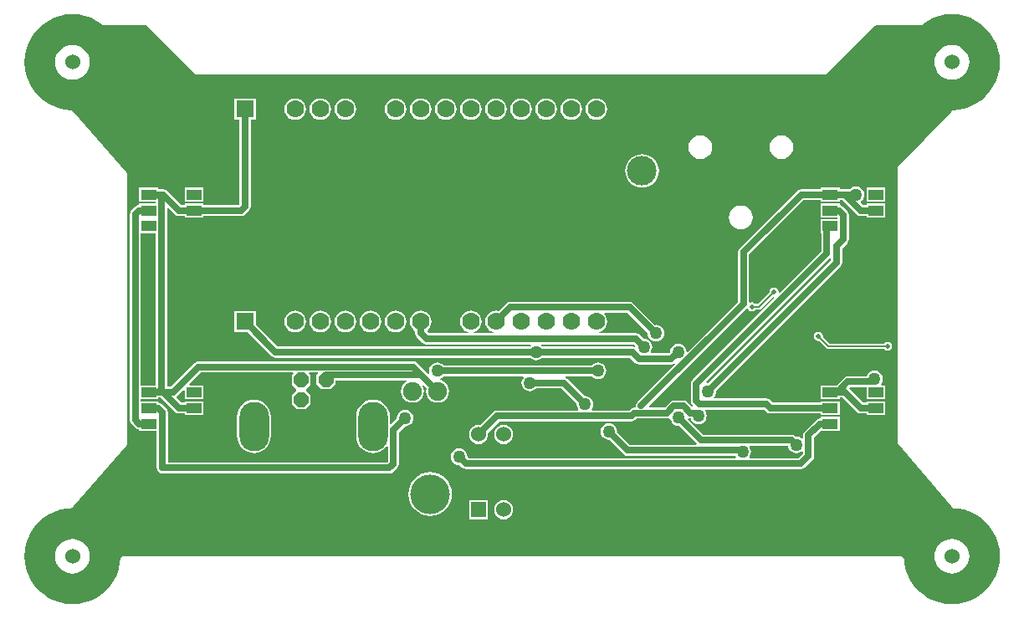
<source format=gbl>
G04 Layer_Physical_Order=2*
G04 Layer_Color=11436288*
%FSLAX24Y24*%
%MOIN*%
G70*
G01*
G75*
%ADD17C,0.0059*%
%ADD18C,0.0276*%
%ADD19C,0.0197*%
%ADD20R,0.0750X0.0750*%
%ADD21C,0.0750*%
%ADD22C,0.0197*%
%ADD23R,0.0600X0.0600*%
%ADD24C,0.0600*%
%ADD25C,0.1575*%
%ADD26C,0.1181*%
%ADD27P,0.0639X8X22.5*%
%ADD28O,0.1181X0.1969*%
%ADD29R,0.0700X0.0700*%
%ADD30C,0.0700*%
%ADD31C,0.0500*%
%ADD32R,0.0591X0.0394*%
G36*
X45132Y41268D02*
X45377Y41219D01*
X45614Y41138D01*
X45839Y41028D01*
X46047Y40889D01*
X46235Y40723D01*
X46400Y40535D01*
X46539Y40327D01*
X46650Y40103D01*
X46731Y39865D01*
X46780Y39620D01*
X46796Y39374D01*
X46795Y39370D01*
X46796Y39366D01*
X46780Y39120D01*
X46731Y38875D01*
X46650Y38638D01*
X46539Y38413D01*
X46400Y38205D01*
X46235Y38017D01*
X46047Y37852D01*
X45839Y37713D01*
X45614Y37602D01*
X45377Y37521D01*
X45132Y37472D01*
X44963Y37461D01*
X44963Y37458D01*
X44927Y37451D01*
X44908Y37438D01*
X44907Y37438D01*
X44893Y37428D01*
X44893Y37428D01*
X44893Y37428D01*
X44874Y37409D01*
X44873Y37407D01*
X44842Y37371D01*
X44842Y37370D01*
X42739Y35171D01*
X42728Y35155D01*
X42717Y35139D01*
X42717Y35138D01*
X42717Y35137D01*
X42713Y35117D01*
X42709Y35098D01*
Y24249D01*
X42713Y24233D01*
X42714Y24216D01*
X42717Y24213D01*
X42717Y24208D01*
X42726Y24195D01*
X42734Y24180D01*
X44844Y21687D01*
X44844Y21687D01*
X44873Y21649D01*
X44873Y21648D01*
X44874Y21647D01*
X44874Y21647D01*
D01*
X44893Y21627D01*
X44893Y21627D01*
X44893Y21627D01*
X44907Y21618D01*
X44908Y21617D01*
X44927Y21604D01*
X44963Y21597D01*
X44963Y21594D01*
X45132Y21583D01*
X45377Y21534D01*
X45614Y21453D01*
X45839Y21343D01*
X46047Y21204D01*
X46235Y21038D01*
X46400Y20850D01*
X46539Y20642D01*
X46650Y20417D01*
X46731Y20180D01*
X46780Y19935D01*
X46796Y19689D01*
X46795Y19685D01*
X46796Y19681D01*
X46780Y19435D01*
X46731Y19190D01*
X46650Y18953D01*
X46539Y18728D01*
X46400Y18520D01*
X46235Y18332D01*
X46047Y18167D01*
X45839Y18027D01*
X45614Y17917D01*
X45377Y17836D01*
X45132Y17787D01*
X44886Y17771D01*
X44882Y17772D01*
X44878Y17771D01*
X44632Y17787D01*
X44387Y17836D01*
X44149Y17917D01*
X43925Y18027D01*
X43717Y18167D01*
X43528Y18332D01*
X43363Y18520D01*
X43224Y18728D01*
X43114Y18953D01*
X43033Y19190D01*
X42984Y19435D01*
X42974Y19592D01*
X42970Y19592D01*
X42963Y19627D01*
X42940Y19661D01*
X42906Y19684D01*
X42866Y19692D01*
X11859D01*
X11818Y19684D01*
X11784Y19661D01*
X11761Y19627D01*
X11754Y19592D01*
X11750Y19592D01*
X11740Y19435D01*
X11691Y19190D01*
X11611Y18953D01*
X11500Y18728D01*
X11361Y18520D01*
X11196Y18332D01*
X11008Y18167D01*
X10800Y18027D01*
X10575Y17917D01*
X10338Y17836D01*
X10092Y17787D01*
X9847Y17771D01*
X9843Y17772D01*
X9838Y17771D01*
X9593Y17787D01*
X9347Y17836D01*
X9110Y17917D01*
X8886Y18027D01*
X8677Y18167D01*
X8489Y18332D01*
X8324Y18520D01*
X8185Y18728D01*
X8074Y18953D01*
X7994Y19190D01*
X7945Y19435D01*
X7929Y19681D01*
X7930Y19685D01*
X7929Y19689D01*
X7945Y19935D01*
X7994Y20180D01*
X8074Y20417D01*
X8185Y20642D01*
X8324Y20850D01*
X8489Y21038D01*
X8677Y21204D01*
X8886Y21343D01*
X9110Y21453D01*
X9347Y21534D01*
X9593Y21583D01*
X9761Y21594D01*
X9761Y21597D01*
X9797Y21604D01*
X9816Y21617D01*
X9817Y21618D01*
X9831Y21627D01*
X9831Y21627D01*
X9831Y21627D01*
X9851Y21646D01*
X9851Y21649D01*
X9881Y21686D01*
X9881Y21686D01*
X11989Y24081D01*
X11997Y24096D01*
X12007Y24111D01*
X12008Y24114D01*
X12009Y24117D01*
X12012Y24134D01*
X12015Y24151D01*
Y34904D01*
X12012Y34921D01*
X12009Y34938D01*
X12008Y34941D01*
X12007Y34944D01*
X11997Y34959D01*
X11989Y34974D01*
X9881Y37369D01*
X9851Y37403D01*
X9851Y37407D01*
X9851Y37407D01*
X9851Y37407D01*
X9851Y37409D01*
X9851Y37409D01*
X9831Y37428D01*
X9831Y37428D01*
X9816Y37438D01*
X9797Y37451D01*
X9761Y37458D01*
X9761Y37461D01*
X9593Y37472D01*
X9347Y37521D01*
X9110Y37602D01*
X8886Y37713D01*
X8677Y37852D01*
X8489Y38017D01*
X8324Y38205D01*
X8185Y38413D01*
X8074Y38638D01*
X7994Y38875D01*
X7945Y39120D01*
X7929Y39366D01*
X7930Y39370D01*
X7929Y39374D01*
X7945Y39620D01*
X7994Y39865D01*
X8074Y40103D01*
X8185Y40327D01*
X8324Y40535D01*
X8489Y40723D01*
X8677Y40889D01*
X8886Y41028D01*
X9110Y41138D01*
X9347Y41219D01*
X9593Y41268D01*
X9838Y41284D01*
X9843Y41283D01*
X9847Y41284D01*
X10092Y41268D01*
X10338Y41219D01*
X10575Y41138D01*
X10800Y41028D01*
X11008Y40889D01*
X11040Y40860D01*
X11042Y40863D01*
X11066Y40846D01*
X11077Y40844D01*
X11078Y40844D01*
X11107Y40838D01*
X11107Y40838D01*
X11107Y40838D01*
X11122Y40835D01*
X11124Y40836D01*
X11172Y40839D01*
X12787D01*
X12787Y40839D01*
X12787Y40839D01*
X12795Y40835D01*
X12795Y40835D01*
X12796Y40836D01*
X14730Y38902D01*
X14764Y38879D01*
X14805Y38871D01*
X39821D01*
X39862Y38879D01*
X39896Y38902D01*
X41801Y40807D01*
X41813Y40818D01*
X41855Y40835D01*
X41855D01*
X41856Y40836D01*
X41857Y40836D01*
X41905Y40839D01*
X43528D01*
X43574Y40837D01*
X43574Y40837D01*
X43578Y40835D01*
X43578D01*
X43578D01*
X43595Y40834D01*
X43612Y40833D01*
X43612D01*
X43612Y40833D01*
X43621Y40835D01*
X43622Y40835D01*
X43652Y40841D01*
X43665Y40850D01*
X43677Y40858D01*
X43679Y40856D01*
X43717Y40889D01*
X43925Y41028D01*
X44149Y41138D01*
X44387Y41219D01*
X44632Y41268D01*
X44878Y41284D01*
X44882Y41283D01*
X44886Y41284D01*
X45132Y41268D01*
D02*
G37*
%LPC*%
G36*
X20720Y29468D02*
X20609Y29453D01*
X20504Y29410D01*
X20415Y29341D01*
X20346Y29252D01*
X20303Y29147D01*
X20288Y29035D01*
X20303Y28924D01*
X20346Y28819D01*
X20415Y28730D01*
X20504Y28661D01*
X20609Y28618D01*
X20720Y28603D01*
X20832Y28618D01*
X20937Y28661D01*
X21026Y28730D01*
X21095Y28819D01*
X21138Y28924D01*
X21153Y29035D01*
X21138Y29147D01*
X21095Y29252D01*
X21026Y29341D01*
X20937Y29410D01*
X20832Y29453D01*
X20720Y29468D01*
D02*
G37*
G36*
X21720D02*
X21609Y29453D01*
X21504Y29410D01*
X21415Y29341D01*
X21346Y29252D01*
X21303Y29147D01*
X21288Y29035D01*
X21303Y28924D01*
X21346Y28819D01*
X21415Y28730D01*
X21504Y28661D01*
X21609Y28618D01*
X21720Y28603D01*
X21832Y28618D01*
X21937Y28661D01*
X22026Y28730D01*
X22095Y28819D01*
X22138Y28924D01*
X22153Y29035D01*
X22138Y29147D01*
X22095Y29252D01*
X22026Y29341D01*
X21937Y29410D01*
X21832Y29453D01*
X21720Y29468D01*
D02*
G37*
G36*
X18720D02*
X18609Y29453D01*
X18504Y29410D01*
X18415Y29341D01*
X18346Y29252D01*
X18303Y29147D01*
X18288Y29035D01*
X18303Y28924D01*
X18346Y28819D01*
X18415Y28730D01*
X18504Y28661D01*
X18609Y28618D01*
X18720Y28603D01*
X18832Y28618D01*
X18937Y28661D01*
X19026Y28730D01*
X19095Y28819D01*
X19138Y28924D01*
X19153Y29035D01*
X19138Y29147D01*
X19095Y29252D01*
X19026Y29341D01*
X18937Y29410D01*
X18832Y29453D01*
X18720Y29468D01*
D02*
G37*
G36*
X19720D02*
X19609Y29453D01*
X19504Y29410D01*
X19415Y29341D01*
X19346Y29252D01*
X19303Y29147D01*
X19288Y29035D01*
X19303Y28924D01*
X19346Y28819D01*
X19415Y28730D01*
X19504Y28661D01*
X19609Y28618D01*
X19720Y28603D01*
X19832Y28618D01*
X19937Y28661D01*
X20026Y28730D01*
X20095Y28819D01*
X20138Y28924D01*
X20153Y29035D01*
X20138Y29147D01*
X20095Y29252D01*
X20026Y29341D01*
X19937Y29410D01*
X19832Y29453D01*
X19720Y29468D01*
D02*
G37*
G36*
X17149Y37929D02*
X16292D01*
Y37071D01*
X16500D01*
Y33716D01*
X16469Y33685D01*
X15059D01*
Y33740D01*
X14311D01*
Y33685D01*
X14181D01*
X13616Y34251D01*
X13544Y34298D01*
X13460Y34315D01*
X13248D01*
Y34370D01*
X12500D01*
Y33819D01*
X13169D01*
Y33740D01*
X12500D01*
Y33685D01*
X12500D01*
X12416Y33669D01*
X12344Y33621D01*
X12194Y33471D01*
X12146Y33399D01*
X12129Y33315D01*
Y25111D01*
X12146Y25026D01*
X12194Y24955D01*
X12344Y24805D01*
X12416Y24757D01*
X12500Y24740D01*
X12500D01*
Y24685D01*
X13199D01*
Y23220D01*
X13216Y23136D01*
X13264Y23064D01*
X13284Y23044D01*
X13356Y22996D01*
X13440Y22979D01*
X22470D01*
X22554Y22996D01*
X22626Y23044D01*
X22786Y23204D01*
X22834Y23276D01*
X22851Y23360D01*
Y24624D01*
X23088Y24861D01*
X23105Y24858D01*
X23191Y24870D01*
X23271Y24903D01*
X23339Y24956D01*
X23392Y25024D01*
X23425Y25104D01*
X23437Y25190D01*
X23425Y25276D01*
X23392Y25356D01*
X23339Y25424D01*
X23271Y25477D01*
X23191Y25510D01*
X23105Y25522D01*
X23019Y25510D01*
X22939Y25477D01*
X22871Y25424D01*
X22818Y25356D01*
X22785Y25276D01*
X22773Y25190D01*
X22776Y25173D01*
X22538Y24935D01*
X22491Y24954D01*
Y25254D01*
X22479Y25385D01*
X22440Y25511D01*
X22378Y25628D01*
X22294Y25729D01*
X22193Y25813D01*
X22076Y25875D01*
X21950Y25914D01*
X21819Y25926D01*
X21688Y25914D01*
X21562Y25875D01*
X21445Y25813D01*
X21343Y25729D01*
X21260Y25628D01*
X21198Y25511D01*
X21159Y25385D01*
X21146Y25254D01*
Y24467D01*
X21159Y24335D01*
X21198Y24209D01*
X21260Y24093D01*
X21343Y23991D01*
X21445Y23907D01*
X21562Y23845D01*
X21688Y23807D01*
X21819Y23794D01*
X21950Y23807D01*
X22076Y23845D01*
X22193Y23907D01*
X22294Y23991D01*
X22359Y24070D01*
X22409Y24052D01*
Y23451D01*
X22379Y23421D01*
X13641D01*
Y25421D01*
X13624Y25505D01*
X13576Y25577D01*
X13406Y25747D01*
X13334Y25795D01*
X13250Y25811D01*
X13248D01*
Y25866D01*
X12571D01*
Y25945D01*
X13248D01*
Y26000D01*
X13369D01*
X13934Y25434D01*
X14005Y25387D01*
X14090Y25370D01*
X14311D01*
Y25315D01*
X15059D01*
Y25866D01*
X14311D01*
Y25811D01*
X14181D01*
X13991Y26001D01*
X13996Y26051D01*
X14016Y26064D01*
X14265Y26313D01*
X14311Y26294D01*
Y25945D01*
X15059D01*
Y26496D01*
X14513D01*
X14494Y26542D01*
X14961Y27009D01*
X18625D01*
X18644Y26963D01*
X18583Y26902D01*
Y26528D01*
X18762Y26348D01*
X18767Y26321D01*
X18762Y26294D01*
X18583Y26114D01*
Y25740D01*
X18770Y25553D01*
X19144D01*
X19331Y25740D01*
Y26114D01*
X19151Y26294D01*
X19147Y26321D01*
X19151Y26348D01*
X19331Y26528D01*
Y26902D01*
X19269Y26963D01*
X19288Y27009D01*
X19609D01*
X19628Y26963D01*
X19567Y26902D01*
Y26528D01*
X19754Y26341D01*
X20128D01*
X20315Y26528D01*
Y26699D01*
X23147D01*
X23156Y26649D01*
X23070Y26583D01*
X22997Y26489D01*
X22952Y26378D01*
X22936Y26260D01*
X22952Y26141D01*
X22997Y26031D01*
X23070Y25936D01*
X23165Y25863D01*
X23275Y25818D01*
X23394Y25802D01*
X23512Y25818D01*
X23623Y25863D01*
X23717Y25936D01*
X23790Y26031D01*
X23836Y26141D01*
X23851Y26260D01*
X23836Y26378D01*
X23796Y26475D01*
X23838Y26503D01*
X23955Y26386D01*
X23952Y26378D01*
X23936Y26260D01*
X23952Y26141D01*
X23997Y26031D01*
X24070Y25936D01*
X24165Y25863D01*
X24275Y25818D01*
X24394Y25802D01*
X24512Y25818D01*
X24623Y25863D01*
X24717Y25936D01*
X24790Y26031D01*
X24836Y26141D01*
X24851Y26260D01*
X24836Y26378D01*
X24790Y26489D01*
X24717Y26583D01*
X24623Y26656D01*
X24512Y26702D01*
X24491Y26705D01*
X24485Y26756D01*
X24550Y26783D01*
X24618Y26836D01*
X24629Y26849D01*
X27792D01*
X27816Y26799D01*
X27783Y26756D01*
X27750Y26676D01*
X27738Y26590D01*
X27750Y26504D01*
X27783Y26424D01*
X27836Y26356D01*
X27904Y26303D01*
X27984Y26270D01*
X28070Y26258D01*
X28156Y26270D01*
X28236Y26303D01*
X28304Y26356D01*
X28315Y26369D01*
X29329D01*
X29941Y25757D01*
X29938Y25740D01*
X29950Y25654D01*
X29983Y25574D01*
X30006Y25544D01*
X29982Y25494D01*
X26761D01*
X26677Y25477D01*
X26605Y25429D01*
X26085Y24909D01*
X26024Y24917D01*
X25925Y24904D01*
X25833Y24866D01*
X25754Y24806D01*
X25693Y24726D01*
X25655Y24634D01*
X25642Y24535D01*
X25655Y24437D01*
X25693Y24344D01*
X25754Y24265D01*
X25833Y24205D01*
X25925Y24166D01*
X26024Y24153D01*
X26122Y24166D01*
X26215Y24205D01*
X26294Y24265D01*
X26354Y24344D01*
X26393Y24437D01*
X26406Y24535D01*
X26398Y24597D01*
X26853Y25052D01*
X32113D01*
X32198Y25069D01*
X32269Y25117D01*
X32325Y25173D01*
X33534D01*
X33618Y25190D01*
X33619Y25190D01*
X33673Y25166D01*
X33680Y25114D01*
X33713Y25034D01*
X33766Y24966D01*
X33834Y24913D01*
X33914Y24880D01*
X34000Y24868D01*
X34017Y24871D01*
X34717Y24171D01*
X34696Y24121D01*
X32061D01*
X31539Y24643D01*
X31542Y24660D01*
X31530Y24746D01*
X31497Y24826D01*
X31444Y24894D01*
X31376Y24947D01*
X31296Y24980D01*
X31210Y24992D01*
X31124Y24980D01*
X31044Y24947D01*
X30976Y24894D01*
X30923Y24826D01*
X30890Y24746D01*
X30878Y24660D01*
X30890Y24574D01*
X30923Y24494D01*
X30976Y24426D01*
X31044Y24373D01*
X31124Y24340D01*
X31210Y24328D01*
X31227Y24331D01*
X31814Y23744D01*
X31886Y23696D01*
X31970Y23679D01*
X36253D01*
X36280Y23639D01*
X36257Y23593D01*
X25619D01*
X25579Y23633D01*
X25582Y23650D01*
X25570Y23736D01*
X25537Y23816D01*
X25484Y23884D01*
X25416Y23937D01*
X25336Y23970D01*
X25250Y23982D01*
X25164Y23970D01*
X25084Y23937D01*
X25016Y23884D01*
X24963Y23816D01*
X24930Y23736D01*
X24918Y23650D01*
X24930Y23564D01*
X24963Y23484D01*
X25016Y23416D01*
X25084Y23363D01*
X25164Y23330D01*
X25250Y23318D01*
X25267Y23321D01*
X25371Y23216D01*
X25443Y23169D01*
X25527Y23152D01*
X38863D01*
X38947Y23169D01*
X39019Y23216D01*
X39326Y23524D01*
X39374Y23596D01*
X39391Y23680D01*
Y24409D01*
X39667Y24685D01*
X40413D01*
Y25236D01*
X39665D01*
Y25181D01*
X39630D01*
X39546Y25165D01*
X39474Y25117D01*
X39014Y24657D01*
X38966Y24585D01*
X38949Y24501D01*
Y24398D01*
X38899Y24374D01*
X38856Y24407D01*
X38776Y24440D01*
X38690Y24452D01*
X38673Y24449D01*
X38660Y24463D01*
X38588Y24511D01*
X38503Y24527D01*
X34985D01*
X34371Y25141D01*
X34396Y25187D01*
X34466Y25173D01*
X34475D01*
X34499Y25114D01*
X34552Y25046D01*
X34621Y24993D01*
X34701Y24960D01*
X34786Y24948D01*
X34872Y24960D01*
X34952Y24993D01*
X35021Y25046D01*
X35074Y25114D01*
X35107Y25194D01*
X35118Y25280D01*
X35107Y25366D01*
X35074Y25446D01*
X35048Y25479D01*
X35073Y25529D01*
X37399D01*
X37493Y25434D01*
X37565Y25387D01*
X37649Y25370D01*
X39665D01*
Y25315D01*
X40413D01*
Y25866D01*
X39665D01*
Y25811D01*
X37741D01*
X37646Y25906D01*
X37574Y25954D01*
X37490Y25971D01*
X35409D01*
X35392Y26021D01*
X35404Y26031D01*
X35457Y26099D01*
X35490Y26179D01*
X35502Y26265D01*
X35499Y26282D01*
X40446Y31229D01*
X40494Y31301D01*
X40511Y31385D01*
Y31957D01*
X40716Y32163D01*
X40764Y32234D01*
X40781Y32319D01*
Y33280D01*
X40764Y33364D01*
X40716Y33436D01*
X40531Y33621D01*
X40459Y33669D01*
X40413Y33678D01*
Y33740D01*
X39665D01*
Y33189D01*
X40338D01*
X40339Y33188D01*
Y33110D01*
X39665D01*
Y32559D01*
X39679D01*
Y31841D01*
X38020Y30182D01*
X37974Y30207D01*
X37976Y30217D01*
X37962Y30286D01*
X37923Y30344D01*
X37864Y30383D01*
X37795Y30397D01*
X37726Y30383D01*
X37668Y30344D01*
X37628Y30286D01*
X37615Y30217D01*
X37619Y30196D01*
X37159Y29736D01*
X37049D01*
X37037Y29754D01*
X36979Y29793D01*
X36909Y29807D01*
X36851Y29795D01*
X36801Y29822D01*
Y31709D01*
X38966Y33874D01*
X39665D01*
Y33819D01*
X40413D01*
Y33874D01*
X40529D01*
X41094Y33308D01*
X41165Y33261D01*
X41250Y33244D01*
X41476D01*
Y33189D01*
X42224D01*
Y33740D01*
X41476D01*
Y33685D01*
X41341D01*
X41256Y33771D01*
X41260Y33837D01*
X41290Y33860D01*
X41342Y33929D01*
X41375Y34009D01*
X41387Y34094D01*
X41375Y34180D01*
X41342Y34260D01*
X41290Y34329D01*
X41221Y34382D01*
X41141Y34415D01*
X41055Y34426D01*
X40969Y34415D01*
X40889Y34382D01*
X40821Y34329D01*
X40810Y34315D01*
X40413D01*
Y34370D01*
X39665D01*
Y34315D01*
X38874D01*
X38790Y34298D01*
X38718Y34251D01*
X36424Y31956D01*
X36376Y31884D01*
X36359Y31800D01*
Y29831D01*
X34356Y27828D01*
X34303Y27846D01*
X34295Y27906D01*
X34262Y27986D01*
X34209Y28054D01*
X34141Y28107D01*
X34061Y28140D01*
X33975Y28152D01*
X33889Y28140D01*
X33809Y28107D01*
X33741Y28054D01*
X33688Y27986D01*
X33655Y27906D01*
X33643Y27820D01*
X33646Y27803D01*
X33612Y27769D01*
X32905D01*
X32880Y27819D01*
X32907Y27854D01*
X32940Y27934D01*
X32952Y28020D01*
X32940Y28106D01*
X32907Y28186D01*
X32854Y28254D01*
X32786Y28307D01*
X32706Y28340D01*
X32620Y28352D01*
X32603Y28349D01*
X32446Y28506D01*
X32374Y28554D01*
X32290Y28571D01*
X30843D01*
X30832Y28618D01*
X30937Y28661D01*
X31026Y28730D01*
X31095Y28819D01*
X31138Y28924D01*
X31153Y29035D01*
X31138Y29147D01*
X31095Y29252D01*
X31028Y29339D01*
X31031Y29357D01*
X31041Y29389D01*
X31959D01*
X32761Y28587D01*
X32758Y28570D01*
X32770Y28484D01*
X32803Y28404D01*
X32856Y28336D01*
X32924Y28283D01*
X33004Y28250D01*
X33090Y28238D01*
X33176Y28250D01*
X33256Y28283D01*
X33324Y28336D01*
X33377Y28404D01*
X33410Y28484D01*
X33422Y28570D01*
X33410Y28656D01*
X33377Y28736D01*
X33324Y28804D01*
X33256Y28857D01*
X33176Y28890D01*
X33090Y28902D01*
X33073Y28899D01*
X32206Y29766D01*
X32134Y29814D01*
X32050Y29831D01*
X27295D01*
X27211Y29814D01*
X27139Y29766D01*
X26827Y29454D01*
X26720Y29468D01*
X26609Y29453D01*
X26504Y29410D01*
X26415Y29341D01*
X26346Y29252D01*
X26303Y29147D01*
X26288Y29035D01*
X26303Y28924D01*
X26346Y28819D01*
X26415Y28730D01*
X26504Y28661D01*
X26609Y28618D01*
X26597Y28571D01*
X25843D01*
X25832Y28618D01*
X25937Y28661D01*
X26026Y28730D01*
X26095Y28819D01*
X26138Y28924D01*
X26153Y29035D01*
X26138Y29147D01*
X26095Y29252D01*
X26026Y29341D01*
X25937Y29410D01*
X25832Y29453D01*
X25720Y29468D01*
X25609Y29453D01*
X25504Y29410D01*
X25415Y29341D01*
X25346Y29252D01*
X25303Y29147D01*
X25288Y29035D01*
X25303Y28924D01*
X25346Y28819D01*
X25415Y28730D01*
X25504Y28661D01*
X25609Y28618D01*
X25598Y28571D01*
X24042D01*
X23972Y28641D01*
X23975Y28691D01*
X24026Y28730D01*
X24095Y28819D01*
X24138Y28924D01*
X24153Y29035D01*
X24138Y29147D01*
X24095Y29252D01*
X24026Y29341D01*
X23937Y29410D01*
X23832Y29453D01*
X23720Y29468D01*
X23609Y29453D01*
X23504Y29410D01*
X23415Y29341D01*
X23346Y29252D01*
X23303Y29147D01*
X23288Y29035D01*
X23303Y28924D01*
X23346Y28819D01*
X23415Y28730D01*
X23500Y28664D01*
Y28580D01*
X23517Y28496D01*
X23564Y28424D01*
X23794Y28194D01*
X23866Y28146D01*
X23950Y28129D01*
X28100D01*
X28117Y28079D01*
X28084Y28054D01*
X28074Y28041D01*
X18027D01*
X17149Y28919D01*
Y29464D01*
X16292D01*
Y28607D01*
X16837D01*
X17780Y27664D01*
X17851Y27616D01*
X17936Y27599D01*
X28074D01*
X28084Y27586D01*
X28153Y27533D01*
X28233Y27500D01*
X28319Y27488D01*
X28405Y27500D01*
X28485Y27533D01*
X28553Y27586D01*
X28564Y27599D01*
X32065D01*
X32273Y27392D01*
X32344Y27344D01*
X32429Y27327D01*
X33703D01*
X33788Y27344D01*
X33829Y27372D01*
X33861Y27333D01*
X32350Y25823D01*
X32303Y25751D01*
X32286Y25667D01*
X32288Y25653D01*
X32257Y25614D01*
X32234D01*
X32149Y25598D01*
X32078Y25550D01*
X32022Y25494D01*
X30559D01*
X30534Y25544D01*
X30557Y25574D01*
X30590Y25654D01*
X30602Y25740D01*
X30590Y25826D01*
X30557Y25906D01*
X30504Y25974D01*
X30436Y26027D01*
X30356Y26060D01*
X30270Y26072D01*
X30253Y26069D01*
X29576Y26746D01*
X29504Y26794D01*
X29478Y26799D01*
X29483Y26849D01*
X30535D01*
X30546Y26836D01*
X30614Y26783D01*
X30694Y26750D01*
X30780Y26738D01*
X30866Y26750D01*
X30946Y26783D01*
X31014Y26836D01*
X31067Y26904D01*
X31100Y26984D01*
X31112Y27070D01*
X31100Y27156D01*
X31067Y27236D01*
X31014Y27304D01*
X30946Y27357D01*
X30866Y27390D01*
X30780Y27402D01*
X30694Y27390D01*
X30614Y27357D01*
X30546Y27304D01*
X30535Y27291D01*
X24629D01*
X24618Y27304D01*
X24550Y27357D01*
X24470Y27390D01*
X24384Y27402D01*
X24298Y27390D01*
X24218Y27357D01*
X24149Y27304D01*
X24097Y27236D01*
X24064Y27156D01*
X24052Y27070D01*
X24064Y26984D01*
X24072Y26965D01*
X24029Y26937D01*
X23890Y27076D01*
X23580Y27386D01*
X23508Y27434D01*
X23424Y27451D01*
X14870D01*
X14785Y27434D01*
X14713Y27386D01*
X13769Y26441D01*
X13611D01*
Y33566D01*
X13657Y33585D01*
X13934Y33308D01*
X14005Y33261D01*
X14090Y33244D01*
X14311D01*
Y33189D01*
X15059D01*
Y33244D01*
X16560D01*
X16645Y33261D01*
X16716Y33308D01*
X16877Y33469D01*
X16924Y33541D01*
X16941Y33625D01*
Y37071D01*
X17149D01*
Y37929D01*
D02*
G37*
G36*
X15059Y34370D02*
X14311D01*
Y33819D01*
X15059D01*
Y34370D01*
D02*
G37*
G36*
X22720Y29468D02*
X22609Y29453D01*
X22504Y29410D01*
X22415Y29341D01*
X22346Y29252D01*
X22303Y29147D01*
X22288Y29035D01*
X22303Y28924D01*
X22346Y28819D01*
X22415Y28730D01*
X22504Y28661D01*
X22609Y28618D01*
X22720Y28603D01*
X22832Y28618D01*
X22937Y28661D01*
X23026Y28730D01*
X23095Y28819D01*
X23138Y28924D01*
X23153Y29035D01*
X23138Y29147D01*
X23095Y29252D01*
X23026Y29341D01*
X22937Y29410D01*
X22832Y29453D01*
X22720Y29468D01*
D02*
G37*
G36*
X36476Y33665D02*
X36353Y33649D01*
X36238Y33602D01*
X36139Y33526D01*
X36064Y33427D01*
X36016Y33312D01*
X36000Y33189D01*
X36016Y33066D01*
X36064Y32951D01*
X36139Y32852D01*
X36238Y32776D01*
X36353Y32729D01*
X36476Y32712D01*
X36600Y32729D01*
X36715Y32776D01*
X36813Y32852D01*
X36889Y32951D01*
X36937Y33066D01*
X36953Y33189D01*
X36937Y33312D01*
X36889Y33427D01*
X36813Y33526D01*
X36715Y33602D01*
X36600Y33649D01*
X36476Y33665D01*
D02*
G37*
G36*
X39567Y28626D02*
X39498Y28612D01*
X39439Y28573D01*
X39400Y28514D01*
X39386Y28445D01*
X39400Y28376D01*
X39439Y28317D01*
X39498Y28278D01*
X39567Y28264D01*
X39587Y28268D01*
X39883Y27973D01*
X39918Y27949D01*
X39961Y27941D01*
X42184D01*
X42195Y27923D01*
X42254Y27884D01*
X42323Y27871D01*
X42392Y27884D01*
X42451Y27923D01*
X42490Y27982D01*
X42503Y28051D01*
X42490Y28120D01*
X42451Y28179D01*
X42392Y28218D01*
X42323Y28232D01*
X42254Y28218D01*
X42195Y28179D01*
X42184Y28162D01*
X40006D01*
X39743Y28424D01*
X39748Y28445D01*
X39734Y28514D01*
X39695Y28573D01*
X39636Y28612D01*
X39567Y28626D01*
D02*
G37*
G36*
X27024Y21917D02*
X26925Y21904D01*
X26833Y21866D01*
X26753Y21806D01*
X26693Y21726D01*
X26655Y21634D01*
X26642Y21535D01*
X26655Y21437D01*
X26693Y21344D01*
X26753Y21265D01*
X26833Y21205D01*
X26925Y21166D01*
X27024Y21153D01*
X27122Y21166D01*
X27215Y21205D01*
X27294Y21265D01*
X27354Y21344D01*
X27393Y21437D01*
X27406Y21535D01*
X27393Y21634D01*
X27354Y21726D01*
X27294Y21806D01*
X27215Y21866D01*
X27122Y21904D01*
X27024Y21917D01*
D02*
G37*
G36*
X26402Y21914D02*
X25645D01*
Y21157D01*
X26402D01*
Y21914D01*
D02*
G37*
G36*
X9843Y20377D02*
X9707Y20364D01*
X9578Y20325D01*
X9458Y20261D01*
X9353Y20175D01*
X9267Y20070D01*
X9203Y19950D01*
X9164Y19820D01*
X9150Y19685D01*
X9164Y19550D01*
X9203Y19420D01*
X9267Y19300D01*
X9353Y19195D01*
X9458Y19109D01*
X9578Y19045D01*
X9707Y19006D01*
X9843Y18993D01*
X9978Y19006D01*
X10107Y19045D01*
X10227Y19109D01*
X10332Y19195D01*
X10418Y19300D01*
X10482Y19420D01*
X10522Y19550D01*
X10535Y19685D01*
X10522Y19820D01*
X10482Y19950D01*
X10418Y20070D01*
X10332Y20175D01*
X10227Y20261D01*
X10107Y20325D01*
X9978Y20364D01*
X9843Y20377D01*
D02*
G37*
G36*
X44882D02*
X44747Y20364D01*
X44617Y20325D01*
X44497Y20261D01*
X44392Y20175D01*
X44306Y20070D01*
X44242Y19950D01*
X44203Y19820D01*
X44190Y19685D01*
X44203Y19550D01*
X44242Y19420D01*
X44306Y19300D01*
X44392Y19195D01*
X44497Y19109D01*
X44617Y19045D01*
X44747Y19006D01*
X44882Y18993D01*
X45017Y19006D01*
X45147Y19045D01*
X45267Y19109D01*
X45371Y19195D01*
X45458Y19300D01*
X45522Y19420D01*
X45561Y19550D01*
X45574Y19685D01*
X45561Y19820D01*
X45522Y19950D01*
X45458Y20070D01*
X45371Y20175D01*
X45267Y20261D01*
X45147Y20325D01*
X45017Y20364D01*
X44882Y20377D01*
D02*
G37*
G36*
X27024Y24917D02*
X26925Y24904D01*
X26833Y24866D01*
X26753Y24806D01*
X26693Y24726D01*
X26655Y24634D01*
X26642Y24535D01*
X26655Y24437D01*
X26693Y24344D01*
X26753Y24265D01*
X26833Y24205D01*
X26925Y24166D01*
X27024Y24153D01*
X27122Y24166D01*
X27215Y24205D01*
X27294Y24265D01*
X27354Y24344D01*
X27393Y24437D01*
X27406Y24535D01*
X27393Y24634D01*
X27354Y24726D01*
X27294Y24806D01*
X27215Y24866D01*
X27122Y24904D01*
X27024Y24917D01*
D02*
G37*
G36*
X41800Y27082D02*
X41714Y27070D01*
X41634Y27037D01*
X41566Y26984D01*
X41513Y26916D01*
X41490Y26861D01*
X40740D01*
X40655Y26844D01*
X40583Y26796D01*
X40283Y26496D01*
X39665D01*
Y25945D01*
X40413D01*
Y26000D01*
X40529D01*
X41094Y25434D01*
X41165Y25387D01*
X41250Y25370D01*
X41476D01*
Y25315D01*
X42224D01*
Y25866D01*
X41476D01*
Y25811D01*
X41341D01*
X40782Y26370D01*
X40831Y26419D01*
X41476D01*
Y25945D01*
X42224D01*
Y26496D01*
X42083D01*
X42058Y26546D01*
X42087Y26584D01*
X42120Y26664D01*
X42132Y26750D01*
X42120Y26836D01*
X42087Y26916D01*
X42034Y26984D01*
X41966Y27037D01*
X41886Y27070D01*
X41800Y27082D01*
D02*
G37*
G36*
X24094Y23036D02*
X23925Y23019D01*
X23761Y22969D01*
X23611Y22889D01*
X23479Y22781D01*
X23371Y22649D01*
X23290Y22498D01*
X23241Y22335D01*
X23224Y22165D01*
X23241Y21996D01*
X23290Y21832D01*
X23371Y21682D01*
X23479Y21550D01*
X23611Y21442D01*
X23761Y21361D01*
X23925Y21312D01*
X24094Y21295D01*
X24264Y21312D01*
X24428Y21361D01*
X24578Y21442D01*
X24710Y21550D01*
X24818Y21682D01*
X24899Y21832D01*
X24948Y21996D01*
X24965Y22165D01*
X24948Y22335D01*
X24899Y22498D01*
X24818Y22649D01*
X24710Y22781D01*
X24578Y22889D01*
X24428Y22969D01*
X24264Y23019D01*
X24094Y23036D01*
D02*
G37*
G36*
X17079Y25926D02*
X16948Y25914D01*
X16821Y25875D01*
X16705Y25813D01*
X16603Y25729D01*
X16520Y25628D01*
X16457Y25511D01*
X16419Y25385D01*
X16406Y25254D01*
Y24467D01*
X16419Y24335D01*
X16457Y24209D01*
X16520Y24093D01*
X16603Y23991D01*
X16705Y23907D01*
X16821Y23845D01*
X16948Y23807D01*
X17079Y23794D01*
X17210Y23807D01*
X17336Y23845D01*
X17452Y23907D01*
X17554Y23991D01*
X17638Y24093D01*
X17700Y24209D01*
X17738Y24335D01*
X17751Y24467D01*
Y25254D01*
X17738Y25385D01*
X17700Y25511D01*
X17638Y25628D01*
X17554Y25729D01*
X17452Y25813D01*
X17336Y25875D01*
X17210Y25914D01*
X17079Y25926D01*
D02*
G37*
G36*
X42224Y34370D02*
X41476D01*
Y33819D01*
X42224D01*
Y34370D01*
D02*
G37*
G36*
X26720Y37932D02*
X26609Y37918D01*
X26504Y37875D01*
X26415Y37806D01*
X26346Y37716D01*
X26303Y37612D01*
X26288Y37500D01*
X26303Y37388D01*
X26346Y37284D01*
X26415Y37194D01*
X26504Y37125D01*
X26609Y37082D01*
X26720Y37068D01*
X26832Y37082D01*
X26937Y37125D01*
X27026Y37194D01*
X27095Y37284D01*
X27138Y37388D01*
X27153Y37500D01*
X27138Y37612D01*
X27095Y37716D01*
X27026Y37806D01*
X26937Y37875D01*
X26832Y37918D01*
X26720Y37932D01*
D02*
G37*
G36*
X27720D02*
X27609Y37918D01*
X27504Y37875D01*
X27415Y37806D01*
X27346Y37716D01*
X27303Y37612D01*
X27288Y37500D01*
X27303Y37388D01*
X27346Y37284D01*
X27415Y37194D01*
X27504Y37125D01*
X27609Y37082D01*
X27720Y37068D01*
X27832Y37082D01*
X27937Y37125D01*
X28026Y37194D01*
X28095Y37284D01*
X28138Y37388D01*
X28153Y37500D01*
X28138Y37612D01*
X28095Y37716D01*
X28026Y37806D01*
X27937Y37875D01*
X27832Y37918D01*
X27720Y37932D01*
D02*
G37*
G36*
X24720D02*
X24609Y37918D01*
X24504Y37875D01*
X24415Y37806D01*
X24346Y37716D01*
X24303Y37612D01*
X24288Y37500D01*
X24303Y37388D01*
X24346Y37284D01*
X24415Y37194D01*
X24504Y37125D01*
X24609Y37082D01*
X24720Y37068D01*
X24832Y37082D01*
X24937Y37125D01*
X25026Y37194D01*
X25095Y37284D01*
X25138Y37388D01*
X25153Y37500D01*
X25138Y37612D01*
X25095Y37716D01*
X25026Y37806D01*
X24937Y37875D01*
X24832Y37918D01*
X24720Y37932D01*
D02*
G37*
G36*
X25720D02*
X25609Y37918D01*
X25504Y37875D01*
X25415Y37806D01*
X25346Y37716D01*
X25303Y37612D01*
X25288Y37500D01*
X25303Y37388D01*
X25346Y37284D01*
X25415Y37194D01*
X25504Y37125D01*
X25609Y37082D01*
X25720Y37068D01*
X25832Y37082D01*
X25937Y37125D01*
X26026Y37194D01*
X26095Y37284D01*
X26138Y37388D01*
X26153Y37500D01*
X26138Y37612D01*
X26095Y37716D01*
X26026Y37806D01*
X25937Y37875D01*
X25832Y37918D01*
X25720Y37932D01*
D02*
G37*
G36*
X28720D02*
X28609Y37918D01*
X28504Y37875D01*
X28415Y37806D01*
X28346Y37716D01*
X28303Y37612D01*
X28288Y37500D01*
X28303Y37388D01*
X28346Y37284D01*
X28415Y37194D01*
X28504Y37125D01*
X28609Y37082D01*
X28720Y37068D01*
X28832Y37082D01*
X28937Y37125D01*
X29026Y37194D01*
X29095Y37284D01*
X29138Y37388D01*
X29153Y37500D01*
X29138Y37612D01*
X29095Y37716D01*
X29026Y37806D01*
X28937Y37875D01*
X28832Y37918D01*
X28720Y37932D01*
D02*
G37*
G36*
X9843Y40062D02*
X9707Y40049D01*
X9578Y40010D01*
X9458Y39946D01*
X9353Y39860D01*
X9267Y39755D01*
X9203Y39635D01*
X9164Y39505D01*
X9150Y39370D01*
X9164Y39235D01*
X9203Y39105D01*
X9267Y38985D01*
X9353Y38881D01*
X9458Y38794D01*
X9578Y38730D01*
X9707Y38691D01*
X9843Y38678D01*
X9978Y38691D01*
X10107Y38730D01*
X10227Y38794D01*
X10332Y38881D01*
X10418Y38985D01*
X10482Y39105D01*
X10522Y39235D01*
X10535Y39370D01*
X10522Y39505D01*
X10482Y39635D01*
X10418Y39755D01*
X10332Y39860D01*
X10227Y39946D01*
X10107Y40010D01*
X9978Y40049D01*
X9843Y40062D01*
D02*
G37*
G36*
X44882D02*
X44747Y40049D01*
X44617Y40010D01*
X44497Y39946D01*
X44392Y39860D01*
X44306Y39755D01*
X44242Y39635D01*
X44203Y39505D01*
X44190Y39370D01*
X44203Y39235D01*
X44242Y39105D01*
X44306Y38985D01*
X44392Y38881D01*
X44497Y38794D01*
X44617Y38730D01*
X44747Y38691D01*
X44882Y38678D01*
X45017Y38691D01*
X45147Y38730D01*
X45267Y38794D01*
X45371Y38881D01*
X45458Y38985D01*
X45522Y39105D01*
X45561Y39235D01*
X45574Y39370D01*
X45561Y39505D01*
X45522Y39635D01*
X45458Y39755D01*
X45371Y39860D01*
X45267Y39946D01*
X45147Y40010D01*
X45017Y40049D01*
X44882Y40062D01*
D02*
G37*
G36*
X29720Y37932D02*
X29609Y37918D01*
X29504Y37875D01*
X29415Y37806D01*
X29346Y37716D01*
X29303Y37612D01*
X29288Y37500D01*
X29303Y37388D01*
X29346Y37284D01*
X29415Y37194D01*
X29504Y37125D01*
X29609Y37082D01*
X29720Y37068D01*
X29832Y37082D01*
X29937Y37125D01*
X30026Y37194D01*
X30095Y37284D01*
X30138Y37388D01*
X30153Y37500D01*
X30138Y37612D01*
X30095Y37716D01*
X30026Y37806D01*
X29937Y37875D01*
X29832Y37918D01*
X29720Y37932D01*
D02*
G37*
G36*
X30720D02*
X30609Y37918D01*
X30504Y37875D01*
X30415Y37806D01*
X30346Y37716D01*
X30303Y37612D01*
X30288Y37500D01*
X30303Y37388D01*
X30346Y37284D01*
X30415Y37194D01*
X30504Y37125D01*
X30609Y37082D01*
X30720Y37068D01*
X30832Y37082D01*
X30937Y37125D01*
X31026Y37194D01*
X31095Y37284D01*
X31138Y37388D01*
X31153Y37500D01*
X31138Y37612D01*
X31095Y37716D01*
X31026Y37806D01*
X30937Y37875D01*
X30832Y37918D01*
X30720Y37932D01*
D02*
G37*
G36*
X18720D02*
X18609Y37918D01*
X18504Y37875D01*
X18415Y37806D01*
X18346Y37716D01*
X18303Y37612D01*
X18288Y37500D01*
X18303Y37388D01*
X18346Y37284D01*
X18415Y37194D01*
X18504Y37125D01*
X18609Y37082D01*
X18720Y37068D01*
X18832Y37082D01*
X18937Y37125D01*
X19026Y37194D01*
X19095Y37284D01*
X19138Y37388D01*
X19153Y37500D01*
X19138Y37612D01*
X19095Y37716D01*
X19026Y37806D01*
X18937Y37875D01*
X18832Y37918D01*
X18720Y37932D01*
D02*
G37*
G36*
X19720D02*
X19609Y37918D01*
X19504Y37875D01*
X19415Y37806D01*
X19346Y37716D01*
X19303Y37612D01*
X19288Y37500D01*
X19303Y37388D01*
X19346Y37284D01*
X19415Y37194D01*
X19504Y37125D01*
X19609Y37082D01*
X19720Y37068D01*
X19832Y37082D01*
X19937Y37125D01*
X20026Y37194D01*
X20095Y37284D01*
X20138Y37388D01*
X20153Y37500D01*
X20138Y37612D01*
X20095Y37716D01*
X20026Y37806D01*
X19937Y37875D01*
X19832Y37918D01*
X19720Y37932D01*
D02*
G37*
G36*
X38091Y36461D02*
X37967Y36445D01*
X37852Y36397D01*
X37754Y36321D01*
X37678Y36223D01*
X37630Y36108D01*
X37614Y35984D01*
X37630Y35861D01*
X37678Y35746D01*
X37754Y35647D01*
X37852Y35572D01*
X37967Y35524D01*
X38091Y35508D01*
X38214Y35524D01*
X38329Y35572D01*
X38428Y35647D01*
X38503Y35746D01*
X38551Y35861D01*
X38567Y35984D01*
X38551Y36108D01*
X38503Y36223D01*
X38428Y36321D01*
X38329Y36397D01*
X38214Y36445D01*
X38091Y36461D01*
D02*
G37*
G36*
X32539Y35712D02*
X32408Y35699D01*
X32282Y35661D01*
X32166Y35599D01*
X32064Y35515D01*
X31980Y35413D01*
X31918Y35297D01*
X31880Y35171D01*
X31867Y35039D01*
X31880Y34908D01*
X31918Y34782D01*
X31980Y34666D01*
X32064Y34564D01*
X32166Y34480D01*
X32282Y34418D01*
X32408Y34380D01*
X32539Y34367D01*
X32671Y34380D01*
X32797Y34418D01*
X32913Y34480D01*
X33015Y34564D01*
X33099Y34666D01*
X33161Y34782D01*
X33199Y34908D01*
X33212Y35039D01*
X33199Y35171D01*
X33161Y35297D01*
X33099Y35413D01*
X33015Y35515D01*
X32913Y35599D01*
X32797Y35661D01*
X32671Y35699D01*
X32539Y35712D01*
D02*
G37*
G36*
X34862Y36461D02*
X34739Y36445D01*
X34624Y36397D01*
X34525Y36321D01*
X34450Y36223D01*
X34402Y36108D01*
X34386Y35984D01*
X34402Y35861D01*
X34450Y35746D01*
X34525Y35647D01*
X34624Y35572D01*
X34739Y35524D01*
X34862Y35508D01*
X34986Y35524D01*
X35100Y35572D01*
X35199Y35647D01*
X35275Y35746D01*
X35322Y35861D01*
X35339Y35984D01*
X35322Y36108D01*
X35275Y36223D01*
X35199Y36321D01*
X35100Y36397D01*
X34986Y36445D01*
X34862Y36461D01*
D02*
G37*
G36*
X20720Y37932D02*
X20609Y37918D01*
X20504Y37875D01*
X20415Y37806D01*
X20346Y37716D01*
X20303Y37612D01*
X20288Y37500D01*
X20303Y37388D01*
X20346Y37284D01*
X20415Y37194D01*
X20504Y37125D01*
X20609Y37082D01*
X20720Y37068D01*
X20832Y37082D01*
X20937Y37125D01*
X21026Y37194D01*
X21095Y37284D01*
X21138Y37388D01*
X21153Y37500D01*
X21138Y37612D01*
X21095Y37716D01*
X21026Y37806D01*
X20937Y37875D01*
X20832Y37918D01*
X20720Y37932D01*
D02*
G37*
G36*
X23720D02*
X23609Y37918D01*
X23504Y37875D01*
X23415Y37806D01*
X23346Y37716D01*
X23303Y37612D01*
X23288Y37500D01*
X23303Y37388D01*
X23346Y37284D01*
X23415Y37194D01*
X23504Y37125D01*
X23609Y37082D01*
X23720Y37068D01*
X23832Y37082D01*
X23937Y37125D01*
X24026Y37194D01*
X24095Y37284D01*
X24138Y37388D01*
X24153Y37500D01*
X24138Y37612D01*
X24095Y37716D01*
X24026Y37806D01*
X23937Y37875D01*
X23832Y37918D01*
X23720Y37932D01*
D02*
G37*
G36*
X22720D02*
X22609Y37918D01*
X22504Y37875D01*
X22415Y37806D01*
X22346Y37716D01*
X22303Y37612D01*
X22288Y37500D01*
X22303Y37388D01*
X22346Y37284D01*
X22415Y37194D01*
X22504Y37125D01*
X22609Y37082D01*
X22720Y37068D01*
X22832Y37082D01*
X22937Y37125D01*
X23026Y37194D01*
X23095Y37284D01*
X23138Y37388D01*
X23153Y37500D01*
X23138Y37612D01*
X23095Y37716D01*
X23026Y37806D01*
X22937Y37875D01*
X22832Y37918D01*
X22720Y37932D01*
D02*
G37*
%LPD*%
G36*
X40069Y31536D02*
Y31476D01*
X35187Y26594D01*
X35170Y26597D01*
X35123Y26590D01*
X35100Y26638D01*
X40019Y31557D01*
X40069Y31536D01*
D02*
G37*
G36*
X32260Y28067D02*
X32257Y28059D01*
X32231Y28026D01*
X32157Y28041D01*
X28564D01*
X28553Y28054D01*
X28521Y28079D01*
X28538Y28129D01*
X32199D01*
X32260Y28067D01*
D02*
G37*
G36*
X38370Y24034D02*
X38403Y23954D01*
X38456Y23886D01*
X38524Y23833D01*
X38604Y23800D01*
X38690Y23788D01*
X38776Y23800D01*
X38856Y23833D01*
X38899Y23866D01*
X38949Y23842D01*
Y23771D01*
X38771Y23593D01*
X36833D01*
X36809Y23643D01*
X36832Y23674D01*
X36866Y23754D01*
X36877Y23840D01*
X36866Y23926D01*
X36832Y24006D01*
X36809Y24036D01*
X36834Y24086D01*
X38363D01*
X38370Y24034D01*
D02*
G37*
G36*
X13169Y26496D02*
X12571D01*
Y32559D01*
X13169D01*
Y26496D01*
D02*
G37*
G36*
X37788Y30021D02*
X37806Y29969D01*
X34544Y26706D01*
X34496Y26634D01*
X34479Y26550D01*
Y25875D01*
X34496Y25791D01*
X34544Y25719D01*
X34572Y25691D01*
X34555Y25638D01*
X34537Y25635D01*
X34349Y25823D01*
X34278Y25871D01*
X34193Y25887D01*
X33807D01*
X33722Y25871D01*
X33651Y25823D01*
X33442Y25614D01*
X32832D01*
X32813Y25661D01*
X36696Y29544D01*
X36701Y29545D01*
X36757Y29535D01*
X36782Y29498D01*
X36840Y29459D01*
X36909Y29445D01*
X36979Y29459D01*
X37037Y29498D01*
X37049Y29516D01*
X37205D01*
X37247Y29524D01*
X37283Y29548D01*
X37760Y30025D01*
X37788Y30021D01*
D02*
G37*
D17*
X39961Y28051D02*
X42323D01*
X39567Y28445D02*
X39961Y28051D01*
X37205Y29626D02*
X37795Y30217D01*
X36909Y29626D02*
X37205D01*
D18*
X21594Y36850D02*
X22370D01*
X21752D02*
Y37469D01*
X21720Y37500D02*
X21752Y37469D01*
X17725Y33702D02*
X19457Y35433D01*
X20177D01*
X21594Y36850D01*
X17720Y37000D02*
Y37500D01*
Y33000D02*
Y37000D01*
X17555Y32835D02*
X17720Y33000D01*
X34466Y25394D02*
X34673D01*
X34193Y25667D02*
X34466Y25394D01*
X33807Y25667D02*
X34193D01*
X33534Y25394D02*
X33807Y25667D01*
X32234Y25394D02*
X33534D01*
X34673D02*
X34786Y25280D01*
X32113Y25273D02*
X32234Y25394D01*
X41700Y27560D02*
X42370Y26890D01*
X40650Y27560D02*
X41700D01*
X42370Y25125D02*
Y26890D01*
X42206Y24961D02*
X42370Y25125D01*
X14780Y24451D02*
Y24961D01*
X40620Y34094D02*
X41250Y33465D01*
X19941Y26920D02*
X23734D01*
X39900Y31750D02*
Y32835D01*
X17511D02*
X17555D01*
X14685D02*
X17511D01*
X40620Y34094D02*
X41055D01*
X40039D02*
X40620D01*
X40320Y26220D02*
X40620D01*
X32507Y25667D02*
X36580Y29740D01*
X23424Y27230D02*
X23734Y26920D01*
X13250Y34094D02*
X13460D01*
X12874D02*
X13250D01*
X13460Y26220D02*
X13860D01*
X13250D02*
X13460D01*
X28319Y27820D02*
X32157D01*
X14685Y24961D02*
X14780D01*
Y24451D02*
X15661Y23570D01*
X17584D01*
X19941Y25927D01*
X14870Y27230D02*
X23424D01*
X13860Y26220D02*
X14870Y27230D01*
X16720Y29035D02*
X17936Y27820D01*
X28319D01*
X24384Y27070D02*
X30780D01*
X37649Y25591D02*
X40039D01*
X37490Y25750D02*
X37649Y25591D01*
X34825Y25750D02*
X37490D01*
X34700Y25875D02*
X34825Y25750D01*
X34700Y25875D02*
Y26550D01*
X39900Y31750D01*
Y32835D02*
X40039D01*
X39630Y24961D02*
X40039D01*
X39170Y24501D02*
X39630Y24961D01*
X39170Y23680D02*
Y24501D01*
X38863Y23373D02*
X39170Y23680D01*
X25527Y23373D02*
X38863D01*
X25250Y23650D02*
X25527Y23373D01*
X22630Y24715D02*
X23105Y25190D01*
X22630Y23360D02*
Y24715D01*
X22470Y23200D02*
X22630Y23360D01*
X13440Y23200D02*
X22470D01*
X13420Y23220D02*
X13440Y23200D01*
X13420Y23220D02*
Y25421D01*
X13250Y25591D02*
X13420Y25421D01*
X12874Y25591D02*
X13250D01*
X34881Y35039D02*
X36437D01*
X33070Y36850D02*
X34881Y35039D01*
X22370Y36850D02*
X33070D01*
X40039Y33465D02*
X40375D01*
X40560Y33280D01*
Y32319D02*
Y33280D01*
X40290Y32049D02*
X40560Y32319D01*
X40290Y31385D02*
Y32049D01*
X35170Y26265D02*
X40290Y31385D01*
X23720Y28580D02*
Y29035D01*
Y28580D02*
X23950Y28350D01*
X32290D01*
X32620Y28020D01*
X31210Y24660D02*
X31970Y23900D01*
X36485D01*
X36545Y23840D01*
X26024Y24535D02*
X26761Y25273D01*
X32113D01*
X36580Y29740D02*
Y31800D01*
X38874Y34094D01*
X40039D01*
X29420Y26590D02*
X30270Y25740D01*
X28070Y26590D02*
X29420D01*
X34000Y25200D02*
X34893Y24307D01*
X38503D01*
X38690Y24120D01*
X12500Y33465D02*
X12874D01*
X12350Y33315D02*
X12500Y33465D01*
X12350Y25111D02*
Y33315D01*
Y25111D02*
X12500Y24961D01*
X12874D01*
X33703Y27548D02*
X33975Y27820D01*
X32429Y27548D02*
X33703D01*
X32157Y27820D02*
X32429Y27548D01*
X25394Y25433D02*
Y26260D01*
X24094Y24134D02*
X25394Y25433D01*
X40780Y31510D02*
X40920Y31650D01*
Y32630D01*
X41125Y32835D01*
X41850D01*
X13250Y34094D02*
X13390Y33954D01*
Y26360D02*
Y33954D01*
X13250Y26220D02*
X13390Y26360D01*
X12874Y26220D02*
X13250D01*
X32050Y29610D02*
X33090Y28570D01*
X27295Y29610D02*
X32050D01*
X26720Y29035D02*
X27295Y29610D01*
X41800Y26650D02*
Y26750D01*
X41790Y26640D02*
X41800Y26650D01*
X40740Y26640D02*
X41790D01*
X40320Y26220D02*
X40740Y26640D01*
X40039Y26220D02*
X40320D01*
X17720Y29035D02*
Y32625D01*
X17511Y32835D02*
X17720Y32625D01*
X24146Y29610D02*
X24720Y29035D01*
X18295Y29610D02*
X24146D01*
X17720Y29035D02*
X18295Y29610D01*
X41850Y24961D02*
X42206D01*
X16720Y33625D02*
Y37500D01*
X16560Y33465D02*
X16720Y33625D01*
X14685Y33465D02*
X16560D01*
X19941Y26715D02*
Y26920D01*
X23734D02*
X24394Y26260D01*
X19941Y25927D02*
X21010D01*
X21153Y26070D01*
X22390D01*
X22800Y25660D01*
X24794D01*
X25394Y26260D01*
X41250Y25591D02*
X41850D01*
X40620Y26220D02*
X41250Y25591D01*
Y33465D02*
X41850D01*
X14090D02*
X14685D01*
X13460Y34094D02*
X14090Y33465D01*
Y25591D02*
X14685D01*
X13460Y26220D02*
X14090Y25591D01*
D19*
X34073Y26378D02*
X34154D01*
X33581Y25886D02*
X34073Y26378D01*
X33465Y25886D02*
X33581D01*
D20*
X25394Y26260D02*
D03*
D21*
X24394D02*
D03*
X23394D02*
D03*
D22*
X34154Y26378D02*
D03*
X33465Y25886D02*
D03*
X42323Y28051D02*
D03*
X39567Y28445D02*
D03*
X37795Y30217D02*
D03*
X36909Y29626D02*
D03*
D23*
X26024Y21535D02*
D03*
D24*
X27024D02*
D03*
Y24535D02*
D03*
X26024D02*
D03*
X44882Y19685D02*
D03*
X9843D02*
D03*
X44882Y39370D02*
D03*
X9843D02*
D03*
D25*
X24094Y22165D02*
D03*
Y24134D02*
D03*
D26*
X32539Y35039D02*
D03*
X36437D02*
D03*
D27*
X18957Y25927D02*
D03*
Y26715D02*
D03*
X19941D02*
D03*
Y25927D02*
D03*
D28*
X21819Y24860D02*
D03*
X17079D02*
D03*
D29*
X16720Y29035D02*
D03*
Y37500D02*
D03*
D30*
X17720Y29035D02*
D03*
X18720D02*
D03*
X19720D02*
D03*
X20720D02*
D03*
X21720D02*
D03*
X22720D02*
D03*
X23720D02*
D03*
X24720D02*
D03*
X25720D02*
D03*
X26720D02*
D03*
X27720D02*
D03*
X28720D02*
D03*
X29720D02*
D03*
X30720D02*
D03*
X17720Y37500D02*
D03*
X18720D02*
D03*
X19720D02*
D03*
X20720D02*
D03*
X21720D02*
D03*
X22720D02*
D03*
X23720D02*
D03*
X24720D02*
D03*
X25720D02*
D03*
X26720D02*
D03*
X27720D02*
D03*
X28720D02*
D03*
X29720D02*
D03*
X30720D02*
D03*
D31*
X41055Y34094D02*
D03*
X28319Y27820D02*
D03*
X24384Y27070D02*
D03*
X30780D02*
D03*
X25250Y23650D02*
D03*
X23105Y25190D02*
D03*
X34786Y25280D02*
D03*
X35170Y26265D02*
D03*
X32620Y28020D02*
D03*
X31210Y24660D02*
D03*
X36545Y23840D02*
D03*
X30270Y25740D02*
D03*
X28070Y26590D02*
D03*
X34000Y25200D02*
D03*
X38690Y24120D02*
D03*
X33975Y27820D02*
D03*
X40780Y31510D02*
D03*
X33090Y28570D02*
D03*
X41800Y26750D02*
D03*
X40650Y27560D02*
D03*
D32*
X14685Y32835D02*
D03*
Y33465D02*
D03*
Y34094D02*
D03*
X12874D02*
D03*
Y33465D02*
D03*
Y32835D02*
D03*
X14685Y24961D02*
D03*
Y25591D02*
D03*
Y26220D02*
D03*
X12874D02*
D03*
Y25591D02*
D03*
Y24961D02*
D03*
X41850D02*
D03*
Y25591D02*
D03*
Y26220D02*
D03*
X40039D02*
D03*
Y25591D02*
D03*
Y24961D02*
D03*
X41850Y32835D02*
D03*
Y33465D02*
D03*
Y34094D02*
D03*
X40039D02*
D03*
Y33465D02*
D03*
Y32835D02*
D03*
M02*

</source>
